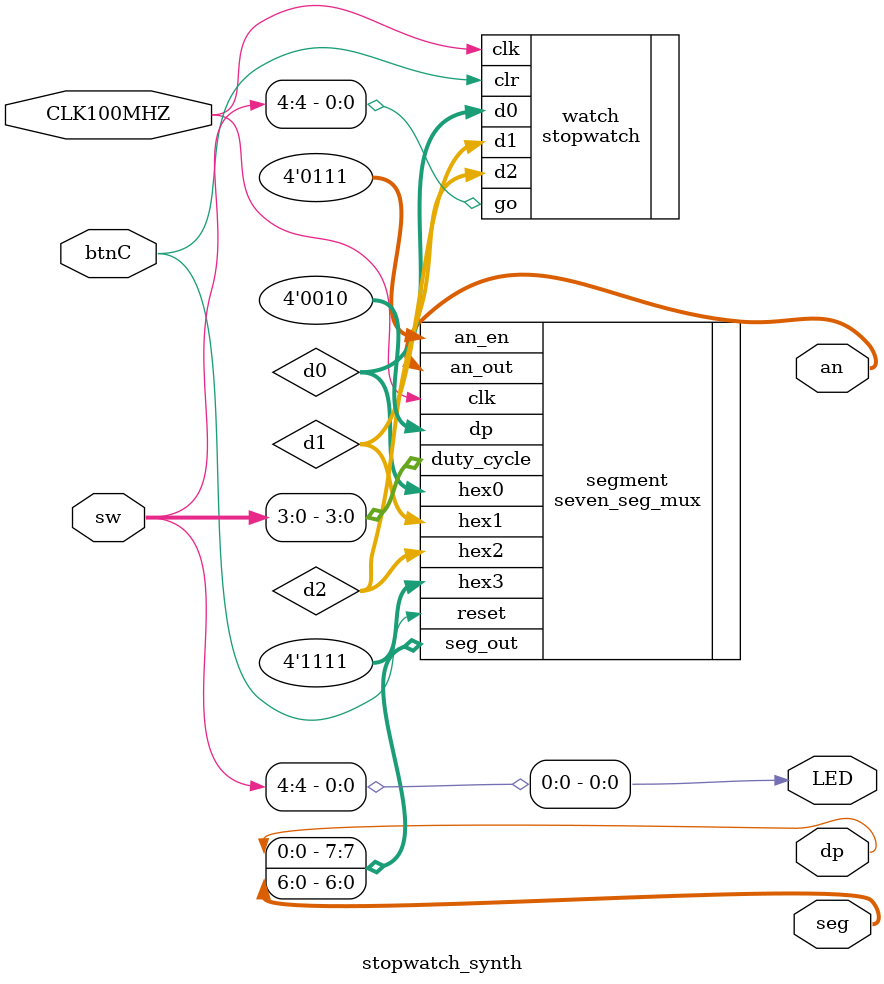
<source format=v>
`timescale 1ns / 1ps


module stopwatch_synth(
    input CLK100MHZ,
    input btnC,
    input [15:0] sw,
    output [15:0] LED,
    output dp,
    output [6:0] seg,
    output [3:0] an
    );
    
    assign LED[0] = sw[4];
    
    wire [3:0] d2, d1, d0;
    
    stopwatch watch(.clk(CLK100MHZ), .go(sw[4]), .clr(btnC), .d2(d2), .d1(d1), .d0(d0));
    
    seven_seg_mux segment(.clk(CLK100MHZ), .reset(btnC), .duty_cycle(sw[3:0]), .hex3(4'hF), .hex2(d2), .hex1(d1), .hex0(d0),
                      .dp(4'b0010), .an_en(4'b0111), .seg_out({dp, seg}), .an_out(an));
    
endmodule

</source>
